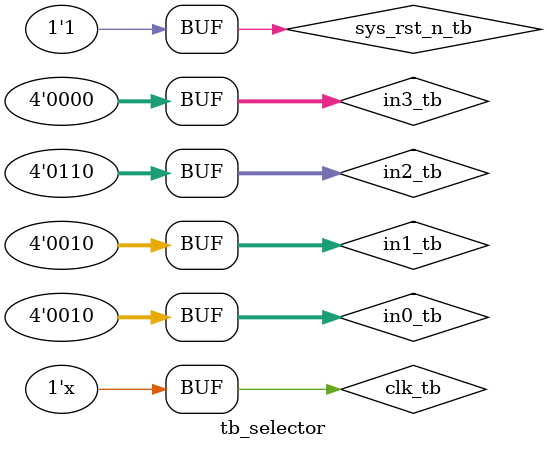
<source format=v>

`timescale 1ms/100us

module tb_selector;

//declare inputs to DUT
reg clk_tb;
reg [3:0] in0_tb,in1_tb,in2_tb,in3_tb;
reg sys_rst_n_tb;

//declare output of DUT
wire [3:0] out_tb;
wire [1:0]bit_tb;

//instanceing the DUT
selector u1(
.clk(clk_tb),
.sys_rst_n(sys_rst_n_tb),
.in0(in0_tb),
.in1(in1_tb),
.in2(in2_tb),
.in3(in3_tb),
.out(out_tb),
.bit(bit_tb)
);

//creat clk 1kHz
initial
  clk_tb = 0;
  always
  begin
    #0.5 clk_tb = ~clk_tb;
  end

initial
begin
sys_rst_n_tb = 1;
#10 sys_rst_n_tb = 0;
#11 sys_rst_n_tb = 1;
end

//creat in0~3
  always
  begin
  in0_tb <= 1;
  in1_tb <= 2;
  in2_tb <= 3;
  in3_tb <= 4;
  #1
  in0_tb <= 2;
  in1_tb <= 5;
  in2_tb <= 3;
  in3_tb <= 1;
  #1
  in0_tb <= 3;
  in1_tb <= 9;
  in2_tb <= 7;
  in3_tb <= 3;
  #1
  in0_tb <= 2;
  in1_tb <= 2;
  in2_tb <= 6;
  in3_tb <= 0;

  end

endmodule

</source>
